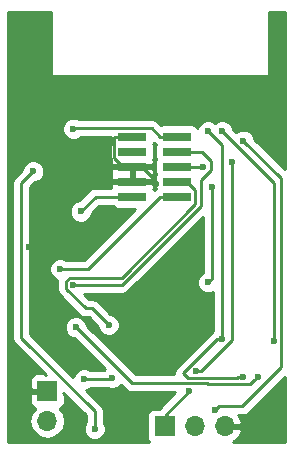
<source format=gbr>
G04 #@! TF.GenerationSoftware,KiCad,Pcbnew,(2017-08-16 revision 90873a101)-master*
G04 #@! TF.CreationDate,2017-12-27T22:47:25+02:00*
G04 #@! TF.ProjectId,esp-environment-sensors,6573702D656E7669726F6E6D656E742D,rev?*
G04 #@! TF.SameCoordinates,Original*
G04 #@! TF.FileFunction,Copper,L2,Bot,Signal*
G04 #@! TF.FilePolarity,Positive*
%FSLAX46Y46*%
G04 Gerber Fmt 4.6, Leading zero omitted, Abs format (unit mm)*
G04 Created by KiCad (PCBNEW (2017-08-16 revision 90873a101)-master) date Wed Dec 27 22:47:25 2017*
%MOMM*%
%LPD*%
G01*
G04 APERTURE LIST*
%ADD10R,1.700000X1.700000*%
%ADD11O,1.700000X1.700000*%
%ADD12R,2.400000X0.760000*%
%ADD13C,0.600000*%
%ADD14C,0.250000*%
%ADD15C,0.254000*%
G04 APERTURE END LIST*
D10*
X108000000Y-135000000D03*
D11*
X108000000Y-137540000D03*
D12*
X115190000Y-118540000D03*
X119000000Y-118540000D03*
X115190000Y-117270000D03*
X119000000Y-117270000D03*
X115190000Y-116000000D03*
X119000000Y-116000000D03*
X115190000Y-114730000D03*
X119000000Y-114730000D03*
X115190000Y-113460000D03*
X119000000Y-113460000D03*
D10*
X117920000Y-138000000D03*
D11*
X120460000Y-138000000D03*
X123000000Y-138000000D03*
D13*
X106425010Y-122800000D03*
X117200000Y-117450000D03*
X113500000Y-133900000D03*
X111100000Y-134000000D03*
X110825001Y-119800000D03*
X125800000Y-133800000D03*
X110400000Y-129600000D03*
X109068734Y-124670010D03*
X113200000Y-129400000D03*
X121899999Y-117699999D03*
X121200000Y-116000000D03*
X121600000Y-125800000D03*
X110200000Y-126025010D03*
X110200000Y-112800000D03*
X120576042Y-133284403D03*
X120000000Y-135000000D03*
X123600000Y-115600000D03*
X124600000Y-113800000D03*
X122200000Y-136600000D03*
X106800000Y-116400000D03*
X112000000Y-138200000D03*
X124600000Y-133800000D03*
X122800000Y-130600000D03*
X121600000Y-113000000D03*
X127174990Y-130800000D03*
X122800000Y-113000000D03*
D14*
X106725009Y-122500001D02*
X106425010Y-122800000D01*
X111955010Y-117270000D02*
X106725009Y-122500001D01*
X115190000Y-117270000D02*
X111955010Y-117270000D01*
X115190000Y-116000000D02*
X116010000Y-116000000D01*
X116010000Y-116000000D02*
X117200000Y-117190000D01*
X117200000Y-117190000D02*
X117200000Y-117450000D01*
X115190000Y-113460000D02*
X113740000Y-113460000D01*
X113740000Y-113460000D02*
X113664999Y-113535001D01*
X114370000Y-116000000D02*
X115190000Y-116000000D01*
X113664999Y-113535001D02*
X113664999Y-115294999D01*
X113664999Y-115294999D02*
X114370000Y-116000000D01*
X115190000Y-117270000D02*
X115190000Y-116000000D01*
X111100000Y-134000000D02*
X113400000Y-134000000D01*
X113400000Y-134000000D02*
X113500000Y-133900000D01*
X125500001Y-134099999D02*
X125800000Y-133800000D01*
X125174999Y-134425001D02*
X125500001Y-134099999D01*
X121588591Y-134425001D02*
X125174999Y-134425001D01*
X110400000Y-129600000D02*
X115159415Y-134359415D01*
X121523005Y-134359415D02*
X121588591Y-134425001D01*
X115159415Y-134359415D02*
X121523005Y-134359415D01*
X115190000Y-118540000D02*
X112085001Y-118540000D01*
X112085001Y-118540000D02*
X110825001Y-119800000D01*
X109492998Y-124670010D02*
X109068734Y-124670010D01*
X119000000Y-118540000D02*
X117550000Y-118540000D01*
X111419990Y-124670010D02*
X109492998Y-124670010D01*
X117550000Y-118540000D02*
X111419990Y-124670010D01*
X111249988Y-128000000D02*
X111800000Y-128000000D01*
X111800000Y-128000000D02*
X113200000Y-129400000D01*
X109574999Y-126025001D02*
X109574999Y-126325011D01*
X109574999Y-126325011D02*
X111249988Y-128000000D01*
X114305002Y-125400000D02*
X109900008Y-125400000D01*
X109900008Y-125400000D02*
X109574999Y-125725009D01*
X109574999Y-125725009D02*
X109574999Y-126025001D01*
X119000000Y-117270000D02*
X119820000Y-117270000D01*
X119820000Y-117270000D02*
X120525001Y-117975001D01*
X120525001Y-119180001D02*
X114305002Y-125400000D01*
X120525001Y-117975001D02*
X120525001Y-119180001D01*
X119000000Y-116000000D02*
X121200000Y-116000000D01*
X121899999Y-117699999D02*
X121899999Y-125500001D01*
X121899999Y-125500001D02*
X121600000Y-125800000D01*
X114316403Y-126025010D02*
X110624264Y-126025010D01*
X110624264Y-126025010D02*
X110200000Y-126025010D01*
X120975012Y-119366401D02*
X114316403Y-126025010D01*
X120975012Y-117149992D02*
X120975012Y-119366401D01*
X121825002Y-116300002D02*
X120975012Y-117149992D01*
X121825002Y-115499998D02*
X121825002Y-116300002D01*
X121055004Y-114730000D02*
X121825002Y-115499998D01*
X119000000Y-114730000D02*
X121055004Y-114730000D01*
X119000000Y-113460000D02*
X117550000Y-113460000D01*
X117550000Y-113460000D02*
X116844999Y-112754999D01*
X116844999Y-112754999D02*
X110245001Y-112754999D01*
X110245001Y-112754999D02*
X110200000Y-112800000D01*
X121000306Y-133284403D02*
X120576042Y-133284403D01*
X123600000Y-130684709D02*
X121000306Y-133284403D01*
X123600000Y-115600000D02*
X123600000Y-130684709D01*
X120000000Y-135000000D02*
X117920000Y-137080000D01*
X117920000Y-137080000D02*
X117920000Y-138000000D01*
X127800000Y-133000000D02*
X127800000Y-117000000D01*
X127800000Y-117000000D02*
X124600000Y-113800000D01*
X124499999Y-136300001D02*
X127800000Y-133000000D01*
X122200000Y-136600000D02*
X122499999Y-136300001D01*
X122499999Y-136300001D02*
X124499999Y-136300001D01*
X105800000Y-130514998D02*
X105800000Y-117400000D01*
X105800000Y-117400000D02*
X106800000Y-116400000D01*
X112000000Y-138200000D02*
X112000000Y-136714998D01*
X112000000Y-136714998D02*
X105800000Y-130514998D01*
X119909404Y-133909404D02*
X119500001Y-133500001D01*
X122375736Y-130600000D02*
X122800000Y-130600000D01*
X124175736Y-133800000D02*
X124066332Y-133909404D01*
X124066332Y-133909404D02*
X119909404Y-133909404D01*
X124600000Y-133800000D02*
X124175736Y-133800000D01*
X119500001Y-133500001D02*
X119500001Y-133475735D01*
X119500001Y-133475735D02*
X122375736Y-130600000D01*
X122800000Y-114200000D02*
X122800000Y-130600000D01*
X121600000Y-113000000D02*
X122800000Y-114200000D01*
X127174990Y-130375736D02*
X127174990Y-130800000D01*
X127174990Y-117374990D02*
X127174990Y-130375736D01*
X122800000Y-113000000D02*
X127174990Y-117374990D01*
D15*
G36*
X108273000Y-108200000D02*
X108282667Y-108248601D01*
X108310197Y-108289803D01*
X108351399Y-108317333D01*
X108400000Y-108327000D01*
X126600000Y-108327000D01*
X126648601Y-108317333D01*
X126689803Y-108289803D01*
X126717333Y-108248601D01*
X126727000Y-108200000D01*
X126727000Y-102910000D01*
X128090000Y-102910000D01*
X128090000Y-116215198D01*
X125535122Y-113660320D01*
X125535162Y-113614833D01*
X125393117Y-113271057D01*
X125130327Y-113007808D01*
X124786799Y-112865162D01*
X124414833Y-112864838D01*
X124071057Y-113006883D01*
X123976288Y-113101486D01*
X123735122Y-112860320D01*
X123735162Y-112814833D01*
X123593117Y-112471057D01*
X123330327Y-112207808D01*
X122986799Y-112065162D01*
X122614833Y-112064838D01*
X122271057Y-112206883D01*
X122200107Y-112277710D01*
X122130327Y-112207808D01*
X121786799Y-112065162D01*
X121414833Y-112064838D01*
X121071057Y-112206883D01*
X120807808Y-112469673D01*
X120711260Y-112702185D01*
X120657809Y-112622191D01*
X120447765Y-112481843D01*
X120200000Y-112432560D01*
X117800000Y-112432560D01*
X117630982Y-112466180D01*
X117382400Y-112217598D01*
X117135838Y-112052851D01*
X116844999Y-111994999D01*
X110699480Y-111994999D01*
X110386799Y-111865162D01*
X110014833Y-111864838D01*
X109671057Y-112006883D01*
X109407808Y-112269673D01*
X109265162Y-112613201D01*
X109264838Y-112985167D01*
X109406883Y-113328943D01*
X109669673Y-113592192D01*
X110013201Y-113734838D01*
X110385167Y-113735162D01*
X110728943Y-113593117D01*
X110807197Y-113514999D01*
X113355000Y-113514999D01*
X113355000Y-113587002D01*
X113513748Y-113587002D01*
X113355000Y-113745750D01*
X113355000Y-113966310D01*
X113403855Y-114084257D01*
X113391843Y-114102235D01*
X113342560Y-114350000D01*
X113342560Y-115110000D01*
X113391843Y-115357765D01*
X113403855Y-115375743D01*
X113355000Y-115493690D01*
X113355000Y-115714250D01*
X113513750Y-115873000D01*
X115063000Y-115873000D01*
X115063000Y-115853000D01*
X115317000Y-115853000D01*
X115317000Y-115873000D01*
X116866250Y-115873000D01*
X117025000Y-115714250D01*
X117025000Y-115493690D01*
X116976145Y-115375743D01*
X116988157Y-115357765D01*
X117037440Y-115110000D01*
X117037440Y-114350000D01*
X116988157Y-114102235D01*
X116976145Y-114084257D01*
X117012261Y-113997063D01*
X117012599Y-113997401D01*
X117198048Y-114121314D01*
X117152560Y-114350000D01*
X117152560Y-115110000D01*
X117201843Y-115357765D01*
X117206677Y-115365000D01*
X117201843Y-115372235D01*
X117152560Y-115620000D01*
X117152560Y-116380000D01*
X117201843Y-116627765D01*
X117206677Y-116635000D01*
X117201843Y-116642235D01*
X117152560Y-116890000D01*
X117152560Y-117650000D01*
X117198048Y-117878686D01*
X117012599Y-118002599D01*
X117007204Y-118007994D01*
X116988157Y-117912235D01*
X116976145Y-117894257D01*
X117025000Y-117776310D01*
X117025000Y-117555750D01*
X116866250Y-117397000D01*
X115317000Y-117397000D01*
X115317000Y-117417000D01*
X115063000Y-117417000D01*
X115063000Y-117397000D01*
X113513750Y-117397000D01*
X113355000Y-117555750D01*
X113355000Y-117776310D01*
X113356528Y-117780000D01*
X112085001Y-117780000D01*
X111794162Y-117837852D01*
X111547600Y-118002599D01*
X110685321Y-118864878D01*
X110639834Y-118864838D01*
X110296058Y-119006883D01*
X110032809Y-119269673D01*
X109890163Y-119613201D01*
X109889839Y-119985167D01*
X110031884Y-120328943D01*
X110294674Y-120592192D01*
X110638202Y-120734838D01*
X111010168Y-120735162D01*
X111353944Y-120593117D01*
X111617193Y-120330327D01*
X111759839Y-119986799D01*
X111759880Y-119939923D01*
X112399803Y-119300000D01*
X113480200Y-119300000D01*
X113532191Y-119377809D01*
X113742235Y-119518157D01*
X113990000Y-119567440D01*
X115447758Y-119567440D01*
X111105188Y-123910010D01*
X109631197Y-123910010D01*
X109599061Y-123877818D01*
X109255533Y-123735172D01*
X108883567Y-123734848D01*
X108539791Y-123876893D01*
X108276542Y-124139683D01*
X108133896Y-124483211D01*
X108133572Y-124855177D01*
X108275617Y-125198953D01*
X108538407Y-125462202D01*
X108842184Y-125588342D01*
X108814999Y-125725009D01*
X108814999Y-126325011D01*
X108872851Y-126615850D01*
X109037598Y-126862412D01*
X110712587Y-128537401D01*
X110959149Y-128702148D01*
X111249988Y-128760000D01*
X111485198Y-128760000D01*
X112264878Y-129539680D01*
X112264838Y-129585167D01*
X112406883Y-129928943D01*
X112669673Y-130192192D01*
X113013201Y-130334838D01*
X113385167Y-130335162D01*
X113728943Y-130193117D01*
X113992192Y-129930327D01*
X114134838Y-129586799D01*
X114135162Y-129214833D01*
X113993117Y-128871057D01*
X113730327Y-128607808D01*
X113386799Y-128465162D01*
X113339923Y-128465121D01*
X112337401Y-127462599D01*
X112090839Y-127297852D01*
X111800000Y-127240000D01*
X111564790Y-127240000D01*
X111109800Y-126785010D01*
X114316403Y-126785010D01*
X114607242Y-126727158D01*
X114853804Y-126562411D01*
X121139999Y-120276216D01*
X121139999Y-124978397D01*
X121071057Y-125006883D01*
X120807808Y-125269673D01*
X120665162Y-125613201D01*
X120664838Y-125985167D01*
X120806883Y-126328943D01*
X121069673Y-126592192D01*
X121413201Y-126734838D01*
X121785167Y-126735162D01*
X122040000Y-126629867D01*
X122040000Y-129927851D01*
X121838335Y-130062599D01*
X118962600Y-132938334D01*
X118797853Y-133184896D01*
X118740001Y-133475735D01*
X118740001Y-133500001D01*
X118759776Y-133599415D01*
X115474217Y-133599415D01*
X111335122Y-129460320D01*
X111335162Y-129414833D01*
X111193117Y-129071057D01*
X110930327Y-128807808D01*
X110586799Y-128665162D01*
X110214833Y-128664838D01*
X109871057Y-128806883D01*
X109607808Y-129069673D01*
X109465162Y-129413201D01*
X109464838Y-129785167D01*
X109606883Y-130128943D01*
X109869673Y-130392192D01*
X110213201Y-130534838D01*
X110260077Y-130534879D01*
X112901508Y-133176310D01*
X112837707Y-133240000D01*
X111662463Y-133240000D01*
X111630327Y-133207808D01*
X111286799Y-133065162D01*
X110914833Y-133064838D01*
X110571057Y-133206883D01*
X110307808Y-133469673D01*
X110167463Y-133807659D01*
X106560000Y-130200196D01*
X106560000Y-117714802D01*
X106939680Y-117335122D01*
X106985167Y-117335162D01*
X107328943Y-117193117D01*
X107592192Y-116930327D01*
X107734838Y-116586799D01*
X107735100Y-116285750D01*
X113355000Y-116285750D01*
X113355000Y-116506310D01*
X113408305Y-116635000D01*
X113355000Y-116763690D01*
X113355000Y-116984250D01*
X113513750Y-117143000D01*
X115063000Y-117143000D01*
X115063000Y-116127000D01*
X115317000Y-116127000D01*
X115317000Y-117143000D01*
X116866250Y-117143000D01*
X117025000Y-116984250D01*
X117025000Y-116763690D01*
X116971695Y-116635000D01*
X117025000Y-116506310D01*
X117025000Y-116285750D01*
X116866250Y-116127000D01*
X115317000Y-116127000D01*
X115063000Y-116127000D01*
X113513750Y-116127000D01*
X113355000Y-116285750D01*
X107735100Y-116285750D01*
X107735162Y-116214833D01*
X107593117Y-115871057D01*
X107330327Y-115607808D01*
X106986799Y-115465162D01*
X106614833Y-115464838D01*
X106271057Y-115606883D01*
X106007808Y-115869673D01*
X105865162Y-116213201D01*
X105865121Y-116260077D01*
X105262599Y-116862599D01*
X105097852Y-117109161D01*
X105040000Y-117400000D01*
X105040000Y-130514998D01*
X105097852Y-130805837D01*
X105262599Y-131052399D01*
X107872998Y-133662798D01*
X107872998Y-133673748D01*
X107714250Y-133515000D01*
X107023691Y-133515000D01*
X106790302Y-133611673D01*
X106611673Y-133790301D01*
X106515000Y-134023690D01*
X106515000Y-134714250D01*
X106673750Y-134873000D01*
X107873000Y-134873000D01*
X107873000Y-134853000D01*
X108127000Y-134853000D01*
X108127000Y-134873000D01*
X108147000Y-134873000D01*
X108147000Y-135127000D01*
X108127000Y-135127000D01*
X108127000Y-135147000D01*
X107873000Y-135147000D01*
X107873000Y-135127000D01*
X106673750Y-135127000D01*
X106515000Y-135285750D01*
X106515000Y-135976310D01*
X106611673Y-136209699D01*
X106790302Y-136388327D01*
X106964777Y-136460597D01*
X106920853Y-136489946D01*
X106598946Y-136971715D01*
X106485907Y-137540000D01*
X106598946Y-138108285D01*
X106920853Y-138590054D01*
X107402622Y-138911961D01*
X107970907Y-139025000D01*
X108029093Y-139025000D01*
X108597378Y-138911961D01*
X109079147Y-138590054D01*
X109401054Y-138108285D01*
X109514093Y-137540000D01*
X109401054Y-136971715D01*
X109079147Y-136489946D01*
X109035223Y-136460597D01*
X109209698Y-136388327D01*
X109388327Y-136209699D01*
X109485000Y-135976310D01*
X109485000Y-135285750D01*
X109326252Y-135127002D01*
X109337202Y-135127002D01*
X111240000Y-137029800D01*
X111240000Y-137637537D01*
X111207808Y-137669673D01*
X111065162Y-138013201D01*
X111064838Y-138385167D01*
X111206883Y-138728943D01*
X111469673Y-138992192D01*
X111813201Y-139134838D01*
X112185167Y-139135162D01*
X112528943Y-138993117D01*
X112792192Y-138730327D01*
X112934838Y-138386799D01*
X112935162Y-138014833D01*
X112793117Y-137671057D01*
X112760000Y-137637882D01*
X112760000Y-136714998D01*
X112702148Y-136424159D01*
X112537401Y-136177597D01*
X111292101Y-134932297D01*
X111628943Y-134793117D01*
X111662118Y-134760000D01*
X113132972Y-134760000D01*
X113313201Y-134834838D01*
X113685167Y-134835162D01*
X114028943Y-134693117D01*
X114223799Y-134498601D01*
X114622014Y-134896816D01*
X114868575Y-135061563D01*
X115159415Y-135119415D01*
X118805783Y-135119415D01*
X117422638Y-136502560D01*
X117070000Y-136502560D01*
X116822235Y-136551843D01*
X116612191Y-136692191D01*
X116471843Y-136902235D01*
X116422560Y-137150000D01*
X116422560Y-138850000D01*
X116471843Y-139097765D01*
X116600291Y-139290000D01*
X104710000Y-139290000D01*
X104710000Y-102910000D01*
X108273000Y-102910000D01*
X108273000Y-108200000D01*
X108273000Y-108200000D01*
G37*
X108273000Y-108200000D02*
X108282667Y-108248601D01*
X108310197Y-108289803D01*
X108351399Y-108317333D01*
X108400000Y-108327000D01*
X126600000Y-108327000D01*
X126648601Y-108317333D01*
X126689803Y-108289803D01*
X126717333Y-108248601D01*
X126727000Y-108200000D01*
X126727000Y-102910000D01*
X128090000Y-102910000D01*
X128090000Y-116215198D01*
X125535122Y-113660320D01*
X125535162Y-113614833D01*
X125393117Y-113271057D01*
X125130327Y-113007808D01*
X124786799Y-112865162D01*
X124414833Y-112864838D01*
X124071057Y-113006883D01*
X123976288Y-113101486D01*
X123735122Y-112860320D01*
X123735162Y-112814833D01*
X123593117Y-112471057D01*
X123330327Y-112207808D01*
X122986799Y-112065162D01*
X122614833Y-112064838D01*
X122271057Y-112206883D01*
X122200107Y-112277710D01*
X122130327Y-112207808D01*
X121786799Y-112065162D01*
X121414833Y-112064838D01*
X121071057Y-112206883D01*
X120807808Y-112469673D01*
X120711260Y-112702185D01*
X120657809Y-112622191D01*
X120447765Y-112481843D01*
X120200000Y-112432560D01*
X117800000Y-112432560D01*
X117630982Y-112466180D01*
X117382400Y-112217598D01*
X117135838Y-112052851D01*
X116844999Y-111994999D01*
X110699480Y-111994999D01*
X110386799Y-111865162D01*
X110014833Y-111864838D01*
X109671057Y-112006883D01*
X109407808Y-112269673D01*
X109265162Y-112613201D01*
X109264838Y-112985167D01*
X109406883Y-113328943D01*
X109669673Y-113592192D01*
X110013201Y-113734838D01*
X110385167Y-113735162D01*
X110728943Y-113593117D01*
X110807197Y-113514999D01*
X113355000Y-113514999D01*
X113355000Y-113587002D01*
X113513748Y-113587002D01*
X113355000Y-113745750D01*
X113355000Y-113966310D01*
X113403855Y-114084257D01*
X113391843Y-114102235D01*
X113342560Y-114350000D01*
X113342560Y-115110000D01*
X113391843Y-115357765D01*
X113403855Y-115375743D01*
X113355000Y-115493690D01*
X113355000Y-115714250D01*
X113513750Y-115873000D01*
X115063000Y-115873000D01*
X115063000Y-115853000D01*
X115317000Y-115853000D01*
X115317000Y-115873000D01*
X116866250Y-115873000D01*
X117025000Y-115714250D01*
X117025000Y-115493690D01*
X116976145Y-115375743D01*
X116988157Y-115357765D01*
X117037440Y-115110000D01*
X117037440Y-114350000D01*
X116988157Y-114102235D01*
X116976145Y-114084257D01*
X117012261Y-113997063D01*
X117012599Y-113997401D01*
X117198048Y-114121314D01*
X117152560Y-114350000D01*
X117152560Y-115110000D01*
X117201843Y-115357765D01*
X117206677Y-115365000D01*
X117201843Y-115372235D01*
X117152560Y-115620000D01*
X117152560Y-116380000D01*
X117201843Y-116627765D01*
X117206677Y-116635000D01*
X117201843Y-116642235D01*
X117152560Y-116890000D01*
X117152560Y-117650000D01*
X117198048Y-117878686D01*
X117012599Y-118002599D01*
X117007204Y-118007994D01*
X116988157Y-117912235D01*
X116976145Y-117894257D01*
X117025000Y-117776310D01*
X117025000Y-117555750D01*
X116866250Y-117397000D01*
X115317000Y-117397000D01*
X115317000Y-117417000D01*
X115063000Y-117417000D01*
X115063000Y-117397000D01*
X113513750Y-117397000D01*
X113355000Y-117555750D01*
X113355000Y-117776310D01*
X113356528Y-117780000D01*
X112085001Y-117780000D01*
X111794162Y-117837852D01*
X111547600Y-118002599D01*
X110685321Y-118864878D01*
X110639834Y-118864838D01*
X110296058Y-119006883D01*
X110032809Y-119269673D01*
X109890163Y-119613201D01*
X109889839Y-119985167D01*
X110031884Y-120328943D01*
X110294674Y-120592192D01*
X110638202Y-120734838D01*
X111010168Y-120735162D01*
X111353944Y-120593117D01*
X111617193Y-120330327D01*
X111759839Y-119986799D01*
X111759880Y-119939923D01*
X112399803Y-119300000D01*
X113480200Y-119300000D01*
X113532191Y-119377809D01*
X113742235Y-119518157D01*
X113990000Y-119567440D01*
X115447758Y-119567440D01*
X111105188Y-123910010D01*
X109631197Y-123910010D01*
X109599061Y-123877818D01*
X109255533Y-123735172D01*
X108883567Y-123734848D01*
X108539791Y-123876893D01*
X108276542Y-124139683D01*
X108133896Y-124483211D01*
X108133572Y-124855177D01*
X108275617Y-125198953D01*
X108538407Y-125462202D01*
X108842184Y-125588342D01*
X108814999Y-125725009D01*
X108814999Y-126325011D01*
X108872851Y-126615850D01*
X109037598Y-126862412D01*
X110712587Y-128537401D01*
X110959149Y-128702148D01*
X111249988Y-128760000D01*
X111485198Y-128760000D01*
X112264878Y-129539680D01*
X112264838Y-129585167D01*
X112406883Y-129928943D01*
X112669673Y-130192192D01*
X113013201Y-130334838D01*
X113385167Y-130335162D01*
X113728943Y-130193117D01*
X113992192Y-129930327D01*
X114134838Y-129586799D01*
X114135162Y-129214833D01*
X113993117Y-128871057D01*
X113730327Y-128607808D01*
X113386799Y-128465162D01*
X113339923Y-128465121D01*
X112337401Y-127462599D01*
X112090839Y-127297852D01*
X111800000Y-127240000D01*
X111564790Y-127240000D01*
X111109800Y-126785010D01*
X114316403Y-126785010D01*
X114607242Y-126727158D01*
X114853804Y-126562411D01*
X121139999Y-120276216D01*
X121139999Y-124978397D01*
X121071057Y-125006883D01*
X120807808Y-125269673D01*
X120665162Y-125613201D01*
X120664838Y-125985167D01*
X120806883Y-126328943D01*
X121069673Y-126592192D01*
X121413201Y-126734838D01*
X121785167Y-126735162D01*
X122040000Y-126629867D01*
X122040000Y-129927851D01*
X121838335Y-130062599D01*
X118962600Y-132938334D01*
X118797853Y-133184896D01*
X118740001Y-133475735D01*
X118740001Y-133500001D01*
X118759776Y-133599415D01*
X115474217Y-133599415D01*
X111335122Y-129460320D01*
X111335162Y-129414833D01*
X111193117Y-129071057D01*
X110930327Y-128807808D01*
X110586799Y-128665162D01*
X110214833Y-128664838D01*
X109871057Y-128806883D01*
X109607808Y-129069673D01*
X109465162Y-129413201D01*
X109464838Y-129785167D01*
X109606883Y-130128943D01*
X109869673Y-130392192D01*
X110213201Y-130534838D01*
X110260077Y-130534879D01*
X112901508Y-133176310D01*
X112837707Y-133240000D01*
X111662463Y-133240000D01*
X111630327Y-133207808D01*
X111286799Y-133065162D01*
X110914833Y-133064838D01*
X110571057Y-133206883D01*
X110307808Y-133469673D01*
X110167463Y-133807659D01*
X106560000Y-130200196D01*
X106560000Y-117714802D01*
X106939680Y-117335122D01*
X106985167Y-117335162D01*
X107328943Y-117193117D01*
X107592192Y-116930327D01*
X107734838Y-116586799D01*
X107735100Y-116285750D01*
X113355000Y-116285750D01*
X113355000Y-116506310D01*
X113408305Y-116635000D01*
X113355000Y-116763690D01*
X113355000Y-116984250D01*
X113513750Y-117143000D01*
X115063000Y-117143000D01*
X115063000Y-116127000D01*
X115317000Y-116127000D01*
X115317000Y-117143000D01*
X116866250Y-117143000D01*
X117025000Y-116984250D01*
X117025000Y-116763690D01*
X116971695Y-116635000D01*
X117025000Y-116506310D01*
X117025000Y-116285750D01*
X116866250Y-116127000D01*
X115317000Y-116127000D01*
X115063000Y-116127000D01*
X113513750Y-116127000D01*
X113355000Y-116285750D01*
X107735100Y-116285750D01*
X107735162Y-116214833D01*
X107593117Y-115871057D01*
X107330327Y-115607808D01*
X106986799Y-115465162D01*
X106614833Y-115464838D01*
X106271057Y-115606883D01*
X106007808Y-115869673D01*
X105865162Y-116213201D01*
X105865121Y-116260077D01*
X105262599Y-116862599D01*
X105097852Y-117109161D01*
X105040000Y-117400000D01*
X105040000Y-130514998D01*
X105097852Y-130805837D01*
X105262599Y-131052399D01*
X107872998Y-133662798D01*
X107872998Y-133673748D01*
X107714250Y-133515000D01*
X107023691Y-133515000D01*
X106790302Y-133611673D01*
X106611673Y-133790301D01*
X106515000Y-134023690D01*
X106515000Y-134714250D01*
X106673750Y-134873000D01*
X107873000Y-134873000D01*
X107873000Y-134853000D01*
X108127000Y-134853000D01*
X108127000Y-134873000D01*
X108147000Y-134873000D01*
X108147000Y-135127000D01*
X108127000Y-135127000D01*
X108127000Y-135147000D01*
X107873000Y-135147000D01*
X107873000Y-135127000D01*
X106673750Y-135127000D01*
X106515000Y-135285750D01*
X106515000Y-135976310D01*
X106611673Y-136209699D01*
X106790302Y-136388327D01*
X106964777Y-136460597D01*
X106920853Y-136489946D01*
X106598946Y-136971715D01*
X106485907Y-137540000D01*
X106598946Y-138108285D01*
X106920853Y-138590054D01*
X107402622Y-138911961D01*
X107970907Y-139025000D01*
X108029093Y-139025000D01*
X108597378Y-138911961D01*
X109079147Y-138590054D01*
X109401054Y-138108285D01*
X109514093Y-137540000D01*
X109401054Y-136971715D01*
X109079147Y-136489946D01*
X109035223Y-136460597D01*
X109209698Y-136388327D01*
X109388327Y-136209699D01*
X109485000Y-135976310D01*
X109485000Y-135285750D01*
X109326252Y-135127002D01*
X109337202Y-135127002D01*
X111240000Y-137029800D01*
X111240000Y-137637537D01*
X111207808Y-137669673D01*
X111065162Y-138013201D01*
X111064838Y-138385167D01*
X111206883Y-138728943D01*
X111469673Y-138992192D01*
X111813201Y-139134838D01*
X112185167Y-139135162D01*
X112528943Y-138993117D01*
X112792192Y-138730327D01*
X112934838Y-138386799D01*
X112935162Y-138014833D01*
X112793117Y-137671057D01*
X112760000Y-137637882D01*
X112760000Y-136714998D01*
X112702148Y-136424159D01*
X112537401Y-136177597D01*
X111292101Y-134932297D01*
X111628943Y-134793117D01*
X111662118Y-134760000D01*
X113132972Y-134760000D01*
X113313201Y-134834838D01*
X113685167Y-134835162D01*
X114028943Y-134693117D01*
X114223799Y-134498601D01*
X114622014Y-134896816D01*
X114868575Y-135061563D01*
X115159415Y-135119415D01*
X118805783Y-135119415D01*
X117422638Y-136502560D01*
X117070000Y-136502560D01*
X116822235Y-136551843D01*
X116612191Y-136692191D01*
X116471843Y-136902235D01*
X116422560Y-137150000D01*
X116422560Y-138850000D01*
X116471843Y-139097765D01*
X116600291Y-139290000D01*
X104710000Y-139290000D01*
X104710000Y-102910000D01*
X108273000Y-102910000D01*
X108273000Y-108200000D01*
G36*
X128090000Y-139290000D02*
X123722608Y-139290000D01*
X123766924Y-139271645D01*
X124195183Y-138881358D01*
X124441486Y-138356892D01*
X124320819Y-138127000D01*
X123127000Y-138127000D01*
X123127000Y-138147000D01*
X122873000Y-138147000D01*
X122873000Y-138127000D01*
X122853000Y-138127000D01*
X122853000Y-137873000D01*
X122873000Y-137873000D01*
X122873000Y-137853000D01*
X123127000Y-137853000D01*
X123127000Y-137873000D01*
X124320819Y-137873000D01*
X124441486Y-137643108D01*
X124195183Y-137118642D01*
X124130837Y-137060001D01*
X124499999Y-137060001D01*
X124790838Y-137002149D01*
X125037400Y-136837402D01*
X128090000Y-133784802D01*
X128090000Y-139290000D01*
X128090000Y-139290000D01*
G37*
X128090000Y-139290000D02*
X123722608Y-139290000D01*
X123766924Y-139271645D01*
X124195183Y-138881358D01*
X124441486Y-138356892D01*
X124320819Y-138127000D01*
X123127000Y-138127000D01*
X123127000Y-138147000D01*
X122873000Y-138147000D01*
X122873000Y-138127000D01*
X122853000Y-138127000D01*
X122853000Y-137873000D01*
X122873000Y-137873000D01*
X122873000Y-137853000D01*
X123127000Y-137853000D01*
X123127000Y-137873000D01*
X124320819Y-137873000D01*
X124441486Y-137643108D01*
X124195183Y-137118642D01*
X124130837Y-137060001D01*
X124499999Y-137060001D01*
X124790838Y-137002149D01*
X125037400Y-136837402D01*
X128090000Y-133784802D01*
X128090000Y-139290000D01*
M02*

</source>
